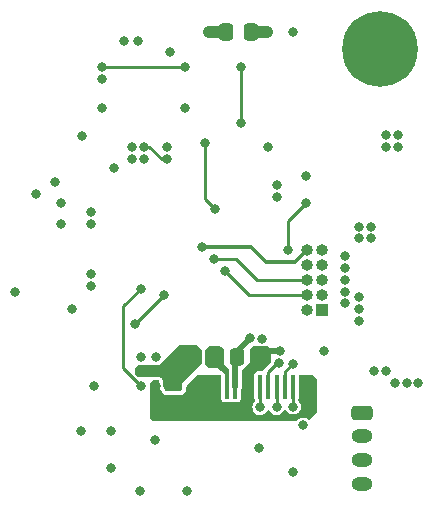
<source format=gbr>
%TF.GenerationSoftware,KiCad,Pcbnew,7.0.5*%
%TF.CreationDate,2023-08-12T02:06:38+02:00*%
%TF.ProjectId,STM32F4_HexGauge_V3,53544d33-3246-4345-9f48-657847617567,rev?*%
%TF.SameCoordinates,Original*%
%TF.FileFunction,Copper,L4,Bot*%
%TF.FilePolarity,Positive*%
%FSLAX46Y46*%
G04 Gerber Fmt 4.6, Leading zero omitted, Abs format (unit mm)*
G04 Created by KiCad (PCBNEW 7.0.5) date 2023-08-12 02:06:38*
%MOMM*%
%LPD*%
G01*
G04 APERTURE LIST*
G04 Aperture macros list*
%AMRoundRect*
0 Rectangle with rounded corners*
0 $1 Rounding radius*
0 $2 $3 $4 $5 $6 $7 $8 $9 X,Y pos of 4 corners*
0 Add a 4 corners polygon primitive as box body*
4,1,4,$2,$3,$4,$5,$6,$7,$8,$9,$2,$3,0*
0 Add four circle primitives for the rounded corners*
1,1,$1+$1,$2,$3*
1,1,$1+$1,$4,$5*
1,1,$1+$1,$6,$7*
1,1,$1+$1,$8,$9*
0 Add four rect primitives between the rounded corners*
20,1,$1+$1,$2,$3,$4,$5,0*
20,1,$1+$1,$4,$5,$6,$7,0*
20,1,$1+$1,$6,$7,$8,$9,0*
20,1,$1+$1,$8,$9,$2,$3,0*%
G04 Aperture macros list end*
%TA.AperFunction,ComponentPad*%
%ADD10C,0.800000*%
%TD*%
%TA.AperFunction,ComponentPad*%
%ADD11C,6.400000*%
%TD*%
%TA.AperFunction,ComponentPad*%
%ADD12RoundRect,0.250000X-0.650000X0.350000X-0.650000X-0.350000X0.650000X-0.350000X0.650000X0.350000X0*%
%TD*%
%TA.AperFunction,ComponentPad*%
%ADD13O,1.800000X1.200000*%
%TD*%
%TA.AperFunction,ComponentPad*%
%ADD14R,1.000000X1.000000*%
%TD*%
%TA.AperFunction,ComponentPad*%
%ADD15O,1.000000X1.000000*%
%TD*%
%TA.AperFunction,SMDPad,CuDef*%
%ADD16RoundRect,0.250000X0.337500X0.475000X-0.337500X0.475000X-0.337500X-0.475000X0.337500X-0.475000X0*%
%TD*%
%TA.AperFunction,SMDPad,CuDef*%
%ADD17RoundRect,0.250000X-0.337500X-0.475000X0.337500X-0.475000X0.337500X0.475000X-0.337500X0.475000X0*%
%TD*%
%TA.AperFunction,SMDPad,CuDef*%
%ADD18RoundRect,0.250000X-0.350000X-0.450000X0.350000X-0.450000X0.350000X0.450000X-0.350000X0.450000X0*%
%TD*%
%TA.AperFunction,SMDPad,CuDef*%
%ADD19R,0.350000X2.000000*%
%TD*%
%TA.AperFunction,SMDPad,CuDef*%
%ADD20RoundRect,0.250000X-0.475000X0.337500X-0.475000X-0.337500X0.475000X-0.337500X0.475000X0.337500X0*%
%TD*%
%TA.AperFunction,ViaPad*%
%ADD21C,0.800000*%
%TD*%
%TA.AperFunction,Conductor*%
%ADD22C,0.500000*%
%TD*%
%TA.AperFunction,Conductor*%
%ADD23C,1.000000*%
%TD*%
%TA.AperFunction,Conductor*%
%ADD24C,0.250000*%
%TD*%
%TA.AperFunction,Conductor*%
%ADD25C,0.300000*%
%TD*%
G04 APERTURE END LIST*
D10*
%TO.P,H2,1*%
%TO.N,N/C*%
X130020000Y-66320000D03*
X130722944Y-64622944D03*
X130722944Y-68017056D03*
X132420000Y-63920000D03*
D11*
X132420000Y-66320000D03*
D10*
X132420000Y-68720000D03*
X134117056Y-64622944D03*
X134117056Y-68017056D03*
X134820000Y-66320000D03*
%TD*%
D12*
%TO.P,J4,1,Pin_1*%
%TO.N,+12V*%
X130881000Y-97076000D03*
D13*
%TO.P,J4,2,Pin_2*%
%TO.N,CAN_CONN+*%
X130881000Y-99076000D03*
%TO.P,J4,3,Pin_3*%
%TO.N,CAN_CONN-*%
X130881000Y-101076000D03*
%TO.P,J4,4,Pin_4*%
%TO.N,GND*%
X130881000Y-103076000D03*
%TD*%
D14*
%TO.P,J5,1,Pin_1*%
%TO.N,+3V3*%
X127545000Y-88370000D03*
D15*
%TO.P,J5,2,Pin_2*%
%TO.N,SWDIO*%
X126275000Y-88370000D03*
%TO.P,J5,3,Pin_3*%
%TO.N,GND*%
X127545000Y-87100000D03*
%TO.P,J5,4,Pin_4*%
%TO.N,SWCLK*%
X126275000Y-87100000D03*
%TO.P,J5,5,Pin_5*%
%TO.N,GND*%
X127545000Y-85830000D03*
%TO.P,J5,6,Pin_6*%
%TO.N,SWO*%
X126275000Y-85830000D03*
%TO.P,J5,7,Pin_7*%
%TO.N,unconnected-(J5-Pin_7-Pad7)*%
X127545000Y-84560000D03*
%TO.P,J5,8,Pin_8*%
%TO.N,unconnected-(J5-Pin_8-Pad8)*%
X126275000Y-84560000D03*
%TO.P,J5,9,Pin_9*%
%TO.N,GND*%
X127545000Y-83290000D03*
%TO.P,J5,10,Pin_10*%
%TO.N,NRST*%
X126275000Y-83290000D03*
%TD*%
D16*
%TO.P,C27,1*%
%TO.N,+3V3*%
X121457500Y-64820000D03*
%TO.P,C27,2*%
%TO.N,GND*%
X119382500Y-64820000D03*
%TD*%
D17*
%TO.P,C28,1*%
%TO.N,+3V3*%
X120282500Y-92370000D03*
%TO.P,C28,2*%
%TO.N,GND*%
X122357500Y-92370000D03*
%TD*%
D18*
%TO.P,R17,1*%
%TO.N,+3V3*%
X116420000Y-92370000D03*
%TO.P,R17,2*%
%TO.N,/Connectors/TFT_LEDA*%
X118420000Y-92370000D03*
%TD*%
D19*
%TO.P,H1,1,GND*%
%TO.N,GND*%
X118070000Y-94880000D03*
%TO.P,H1,2,LEDK*%
X118770000Y-94880000D03*
%TO.P,H1,3,LEDA*%
%TO.N,/Connectors/TFT_LEDA*%
X119470000Y-94880000D03*
%TO.P,H1,4,VDD*%
%TO.N,+3V3*%
X120170000Y-94880000D03*
%TO.P,H1,5,GND*%
%TO.N,GND*%
X120870000Y-94880000D03*
%TO.P,H1,6,GND*%
X121570000Y-94880000D03*
%TO.P,H1,7,DC*%
%TO.N,TFT_DC*%
X122270000Y-94880000D03*
%TO.P,H1,8,CS*%
%TO.N,TFT_CS*%
X122970000Y-94880000D03*
%TO.P,H1,9,SCK*%
%TO.N,TFT_SCK*%
X123670000Y-94880000D03*
%TO.P,H1,10,MOSI*%
%TO.N,TFT_MOSI*%
X124370000Y-94880000D03*
%TO.P,H1,11,RST*%
%TO.N,TFT_RST*%
X125070000Y-94880000D03*
%TO.P,H1,12,GND*%
%TO.N,GND*%
X125770000Y-94880000D03*
%TD*%
D20*
%TO.P,C29,1*%
%TO.N,+3V3*%
X114770000Y-94432500D03*
%TO.P,C29,2*%
%TO.N,GND*%
X114770000Y-96507500D03*
%TD*%
D21*
%TO.N,+3V3*%
X125911247Y-98153435D03*
X112170000Y-93570000D03*
X112120000Y-103720000D03*
X105420000Y-79320000D03*
X114670000Y-66570000D03*
X106320000Y-88320000D03*
X111420000Y-74570000D03*
X129420000Y-83820000D03*
X107170000Y-73620000D03*
X107920000Y-80049998D03*
X129420000Y-87820000D03*
X121417579Y-90764144D03*
X108920000Y-68820000D03*
X129420000Y-86820000D03*
X131670000Y-82320000D03*
X111420000Y-75620000D03*
X107920000Y-86320000D03*
X123670000Y-78820000D03*
X129420000Y-85820000D03*
X109620000Y-101720000D03*
X113420000Y-93570000D03*
X129420000Y-84820000D03*
X130670000Y-82320000D03*
X130670000Y-81320000D03*
X131670000Y-81320000D03*
X114420000Y-74570000D03*
X122840000Y-64820000D03*
X113420000Y-92320000D03*
%TO.N,GND*%
X133670000Y-94570000D03*
X112420000Y-75620000D03*
X109920000Y-76320000D03*
X107120000Y-98620000D03*
X108920000Y-71320006D03*
X123670000Y-77820000D03*
X122422275Y-90820110D03*
X123920000Y-91820000D03*
X130670000Y-88320000D03*
X130670000Y-89320000D03*
X107920000Y-81070000D03*
X132920000Y-74570000D03*
X131920000Y-93570000D03*
X132916000Y-73572000D03*
X111920000Y-65620000D03*
X130670000Y-87320000D03*
X105420000Y-81070000D03*
X125072977Y-102120012D03*
X133932000Y-74588000D03*
X104920000Y-77570000D03*
X135670000Y-94570000D03*
X110720000Y-65620000D03*
X122174000Y-100076000D03*
X109670000Y-98620000D03*
X101520000Y-86820000D03*
X132920000Y-93570000D03*
X127670000Y-91820000D03*
X126169998Y-77070000D03*
X125044994Y-64820000D03*
X116120000Y-103720000D03*
X117920000Y-64820000D03*
X115920002Y-71320000D03*
X126620000Y-94870000D03*
X113400000Y-99400000D03*
X134670000Y-94570000D03*
X113420000Y-94820000D03*
X126620000Y-95820000D03*
X103320000Y-78520000D03*
X133932000Y-73572000D03*
X108170000Y-94820000D03*
X107920000Y-85320000D03*
X112170004Y-92320000D03*
X122920000Y-74570000D03*
X126620000Y-96820000D03*
%TO.N,TFT_DC*%
X122270000Y-96620000D03*
%TO.N,TFT_CS*%
X123905939Y-92906453D03*
%TO.N,TFT_SCK*%
X123670006Y-96620000D03*
%TO.N,TFT_MOSI*%
X125020000Y-92920000D03*
%TO.N,TFT_RST*%
X125070002Y-96570000D03*
%TO.N,SWDIO*%
X126170000Y-79320000D03*
X124670000Y-83320000D03*
%TO.N,NRST*%
X117348000Y-83058000D03*
%TO.N,SWCLK*%
X119320000Y-85090000D03*
%TO.N,SWO*%
X118344988Y-84074000D03*
%TO.N,IMU_SCL*%
X112420000Y-74570000D03*
X114420000Y-75620000D03*
%TO.N,CAN_TX*%
X114170000Y-87070000D03*
X111670000Y-89570000D03*
%TO.N,IMU_INT*%
X115920000Y-67820000D03*
X108920000Y-67820000D03*
%TO.N,SD_DAT2*%
X118420000Y-79820000D03*
X117620000Y-74220000D03*
%TO.N,SD_DAT3*%
X120670000Y-67820000D03*
X120670034Y-72570000D03*
%TO.N,CAN_SC*%
X112170007Y-86570007D03*
X112170000Y-94820000D03*
%TD*%
D22*
%TO.N,+3V3*%
X120170000Y-92482500D02*
X120282500Y-92370000D01*
X120170000Y-94880000D02*
X120170000Y-92482500D01*
D23*
X121457500Y-64820000D02*
X122840000Y-64820000D01*
D22*
X120282500Y-92370000D02*
X120282500Y-91899223D01*
X120282500Y-91899223D02*
X121417579Y-90764144D01*
%TO.N,GND*%
X122920000Y-91820000D02*
X123920000Y-91820000D01*
X122357500Y-92370000D02*
X122370000Y-92370000D01*
D23*
X119382500Y-64820000D02*
X117920000Y-64820000D01*
D22*
X122370000Y-92370000D02*
X122920000Y-91820000D01*
D24*
%TO.N,TFT_DC*%
X122270000Y-94880000D02*
X122270000Y-96620000D01*
%TO.N,TFT_CS*%
X122970000Y-94880000D02*
X122970000Y-93630000D01*
X123693547Y-92906453D02*
X123905939Y-92906453D01*
X122970000Y-93630000D02*
X123693547Y-92906453D01*
%TO.N,TFT_SCK*%
X123670000Y-96619994D02*
X123670006Y-96620000D01*
X123670000Y-94880000D02*
X123670000Y-96619994D01*
%TO.N,TFT_MOSI*%
X124370000Y-94880000D02*
X124370000Y-93569986D01*
X124370000Y-93569986D02*
X124370014Y-93569986D01*
X124370014Y-93569986D02*
X125020000Y-92920000D01*
%TO.N,TFT_RST*%
X125070000Y-94880000D02*
X125070000Y-96569998D01*
X125070000Y-96569998D02*
X125070002Y-96570000D01*
%TO.N,SWDIO*%
X124670000Y-80820000D02*
X126170000Y-79320000D01*
X124670000Y-83320000D02*
X124670000Y-80820000D01*
D25*
%TO.N,NRST*%
X126275000Y-83290000D02*
X125237000Y-84328000D01*
X125237000Y-84328000D02*
X122745500Y-84328000D01*
X122745500Y-84328000D02*
X121475500Y-83058000D01*
X121475500Y-83058000D02*
X117348000Y-83058000D01*
D24*
%TO.N,SWCLK*%
X121330000Y-87100000D02*
X126275000Y-87100000D01*
X119320000Y-85090000D02*
X121330000Y-87100000D01*
%TO.N,SWO*%
X126400000Y-85830000D02*
X122025000Y-85830000D01*
X122025000Y-85830000D02*
X120269000Y-84074000D01*
X120269000Y-84074000D02*
X118344988Y-84074000D01*
%TO.N,IMU_SCL*%
X112870000Y-74570000D02*
X112420000Y-74570000D01*
X113920000Y-75620000D02*
X112870000Y-74570000D01*
X114420000Y-75620000D02*
X113920000Y-75620000D01*
%TO.N,CAN_TX*%
X111670000Y-89570000D02*
X114170000Y-87070000D01*
%TO.N,IMU_INT*%
X108920000Y-67820000D02*
X115920000Y-67820000D01*
%TO.N,SD_DAT2*%
X117620000Y-74220000D02*
X117620000Y-79020000D01*
X117620000Y-79020000D02*
X118420000Y-79820000D01*
%TO.N,SD_DAT3*%
X120670034Y-72570000D02*
X120670000Y-72569966D01*
X120670000Y-72569966D02*
X120670000Y-67820000D01*
%TO.N,CAN_SC*%
X112169993Y-86570007D02*
X112170007Y-86570007D01*
X110670000Y-88070000D02*
X112169993Y-86570007D01*
X112170000Y-94820000D02*
X110670000Y-93320000D01*
X110670000Y-93320000D02*
X110670000Y-88070000D01*
%TD*%
%TA.AperFunction,Conductor*%
%TO.N,GND*%
G36*
X126740447Y-93889685D02*
G01*
X126755063Y-93900680D01*
X127077655Y-94182948D01*
X127115145Y-94241908D01*
X127120000Y-94276268D01*
X127120000Y-95545000D01*
X126170000Y-95570000D01*
X125670000Y-95820000D01*
X125595000Y-95820000D01*
X125595000Y-93994000D01*
X125614685Y-93926961D01*
X125667489Y-93881206D01*
X125719000Y-93870000D01*
X126673408Y-93870000D01*
X126740447Y-93889685D01*
G37*
%TD.AperFunction*%
%TD*%
%TA.AperFunction,Conductor*%
%TO.N,+3V3*%
G36*
X116935677Y-91339685D02*
G01*
X116956319Y-91356319D01*
X117283229Y-91683229D01*
X117316714Y-91744552D01*
X117318286Y-91788554D01*
X117314500Y-91814886D01*
X117314500Y-92874138D01*
X117294815Y-92941177D01*
X117278181Y-92961819D01*
X115670000Y-94569999D01*
X115670000Y-95018638D01*
X115650315Y-95085677D01*
X115633681Y-95106319D01*
X115511819Y-95228181D01*
X115450496Y-95261666D01*
X115424138Y-95264500D01*
X114347904Y-95264500D01*
X114280865Y-95244815D01*
X114260223Y-95228181D01*
X114247705Y-95215663D01*
X114214220Y-95154340D01*
X114213882Y-95152737D01*
X114205195Y-95110098D01*
X114184198Y-95054857D01*
X114180371Y-95044787D01*
X114180368Y-95044780D01*
X114138228Y-94968736D01*
X114098745Y-94916672D01*
X114073921Y-94851361D01*
X114074453Y-94826792D01*
X114075278Y-94820000D01*
X114056237Y-94663184D01*
X114054442Y-94655900D01*
X114055782Y-94655569D01*
X114049999Y-94624008D01*
X114049999Y-94569999D01*
X114050000Y-94437680D01*
X114049124Y-94421338D01*
X114045415Y-94386845D01*
X114044580Y-94379840D01*
X114040779Y-94368174D01*
X114009799Y-94273098D01*
X114009795Y-94273088D01*
X113976310Y-94211766D01*
X113924210Y-94142170D01*
X113924200Y-94142158D01*
X113922339Y-94140297D01*
X113916554Y-94134512D01*
X113904379Y-94123576D01*
X113877366Y-94101808D01*
X113877363Y-94101806D01*
X113877325Y-94101775D01*
X113871827Y-94097448D01*
X113871825Y-94097447D01*
X113771747Y-94046560D01*
X113704716Y-94026877D01*
X113704710Y-94026876D01*
X113618638Y-94014500D01*
X113213180Y-94014500D01*
X113213179Y-94014500D01*
X113196852Y-94015375D01*
X113196841Y-94015375D01*
X113196838Y-94015376D01*
X113196835Y-94015376D01*
X113196800Y-94015379D01*
X113162384Y-94019080D01*
X113155339Y-94019920D01*
X113155337Y-94019920D01*
X113048595Y-94054701D01*
X113048357Y-94054832D01*
X113048200Y-94054871D01*
X113043335Y-94056972D01*
X113043001Y-94056198D01*
X112988930Y-94070000D01*
X112002400Y-94070000D01*
X111935361Y-94050315D01*
X111914719Y-94033681D01*
X111706319Y-93825281D01*
X111672834Y-93763958D01*
X111670000Y-93737600D01*
X111670000Y-93371362D01*
X111689685Y-93304323D01*
X111706319Y-93283681D01*
X111883681Y-93106319D01*
X111945004Y-93072834D01*
X111971362Y-93070000D01*
X113670000Y-93070000D01*
X115383681Y-91356319D01*
X115445004Y-91322834D01*
X115471362Y-91320000D01*
X116868638Y-91320000D01*
X116935677Y-91339685D01*
G37*
%TD.AperFunction*%
%TD*%
%TA.AperFunction,Conductor*%
%TO.N,GND*%
G36*
X127120000Y-96968637D02*
G01*
X127100315Y-97035676D01*
X127083681Y-97056318D01*
X126494534Y-97645464D01*
X126433211Y-97678949D01*
X126363519Y-97673965D01*
X126324629Y-97650600D01*
X126283487Y-97614152D01*
X126283485Y-97614151D01*
X126283484Y-97614150D01*
X126143612Y-97540738D01*
X125990233Y-97502935D01*
X125990232Y-97502935D01*
X125832262Y-97502935D01*
X125832261Y-97502935D01*
X125678881Y-97540738D01*
X125539009Y-97614150D01*
X125420763Y-97718906D01*
X125387953Y-97766440D01*
X125333670Y-97810430D01*
X125285903Y-97820000D01*
X121170000Y-97820000D01*
X121170000Y-95820000D01*
X121770000Y-95820000D01*
X121788335Y-95838335D01*
X121792932Y-95839685D01*
X121838687Y-95892489D01*
X121847510Y-95919809D01*
X121859032Y-95977735D01*
X121863707Y-95989020D01*
X121861526Y-95989923D01*
X121877423Y-96040698D01*
X121858936Y-96108077D01*
X121835671Y-96135720D01*
X121779518Y-96185467D01*
X121689781Y-96315475D01*
X121689780Y-96315476D01*
X121633762Y-96463181D01*
X121614721Y-96619999D01*
X121614721Y-96620000D01*
X121633762Y-96776818D01*
X121680304Y-96899536D01*
X121689780Y-96924523D01*
X121779517Y-97054530D01*
X121897760Y-97159283D01*
X121897762Y-97159284D01*
X122037634Y-97232696D01*
X122191014Y-97270500D01*
X122191015Y-97270500D01*
X122348985Y-97270500D01*
X122502365Y-97232696D01*
X122525602Y-97220500D01*
X122642240Y-97159283D01*
X122760483Y-97054530D01*
X122850220Y-96924523D01*
X122854061Y-96914394D01*
X122896238Y-96858692D01*
X122961836Y-96834634D01*
X123030026Y-96849861D01*
X123079160Y-96899536D01*
X123085944Y-96914394D01*
X123089786Y-96924523D01*
X123179523Y-97054530D01*
X123297766Y-97159283D01*
X123297768Y-97159284D01*
X123437640Y-97232696D01*
X123591020Y-97270500D01*
X123591021Y-97270500D01*
X123748991Y-97270500D01*
X123902371Y-97232696D01*
X123925608Y-97220500D01*
X124042246Y-97159283D01*
X124160489Y-97054530D01*
X124250226Y-96924523D01*
X124264024Y-96888138D01*
X124306199Y-96832439D01*
X124371796Y-96808380D01*
X124439987Y-96823606D01*
X124484761Y-96868873D01*
X124485521Y-96868350D01*
X124488471Y-96872623D01*
X124489121Y-96873281D01*
X124489758Y-96874478D01*
X124489780Y-96874521D01*
X124524293Y-96924521D01*
X124579519Y-97004530D01*
X124697762Y-97109283D01*
X124697764Y-97109284D01*
X124837636Y-97182696D01*
X124991016Y-97220500D01*
X124991017Y-97220500D01*
X125148987Y-97220500D01*
X125302367Y-97182696D01*
X125346976Y-97159283D01*
X125442242Y-97109283D01*
X125560485Y-97004530D01*
X125650222Y-96874523D01*
X125706239Y-96726818D01*
X125725280Y-96570000D01*
X125706239Y-96413182D01*
X125650222Y-96265477D01*
X125560485Y-96135470D01*
X125560484Y-96135468D01*
X125519482Y-96099145D01*
X125482355Y-96039956D01*
X125480091Y-95982136D01*
X125480965Y-95977741D01*
X125480966Y-95977740D01*
X125489289Y-95935893D01*
X125492490Y-95919807D01*
X125524876Y-95857896D01*
X125585592Y-95823323D01*
X125592479Y-95822520D01*
X125594999Y-95820000D01*
X125670000Y-95820000D01*
X126170000Y-95570000D01*
X127120000Y-95545000D01*
X127120000Y-96968637D01*
G37*
%TD.AperFunction*%
%TD*%
%TA.AperFunction,Conductor*%
%TO.N,GND*%
G36*
X122885677Y-91439685D02*
G01*
X122906319Y-91456319D01*
X123133681Y-91683681D01*
X123167166Y-91745004D01*
X123170000Y-91771362D01*
X123170000Y-92776888D01*
X123150315Y-92843927D01*
X123133681Y-92864569D01*
X122658196Y-93340053D01*
X122658192Y-93340059D01*
X122621472Y-93376778D01*
X122610510Y-93398293D01*
X122600346Y-93414878D01*
X122586152Y-93434414D01*
X122581722Y-93443111D01*
X122580571Y-93442524D01*
X122546747Y-93491993D01*
X122482389Y-93519192D01*
X122468253Y-93520000D01*
X122019999Y-93520000D01*
X121770000Y-93769999D01*
X121770000Y-93770000D01*
X121770000Y-95820000D01*
X121170000Y-95820000D01*
X121170000Y-97820000D01*
X113228078Y-97820000D01*
X113161039Y-97800315D01*
X113132822Y-97775386D01*
X112948739Y-97554486D01*
X112920945Y-97490386D01*
X112920000Y-97475106D01*
X112920000Y-94621361D01*
X112939685Y-94554322D01*
X112956314Y-94533685D01*
X113133681Y-94356319D01*
X113195004Y-94322834D01*
X113221362Y-94320000D01*
X113618638Y-94320000D01*
X113685677Y-94339685D01*
X113706319Y-94356319D01*
X113708181Y-94358181D01*
X113741666Y-94419504D01*
X113744500Y-94445862D01*
X113744500Y-94813102D01*
X113747127Y-94834978D01*
X113755122Y-94901561D01*
X113755122Y-94901563D01*
X113755123Y-94901564D01*
X113772722Y-94946192D01*
X113810639Y-95042343D01*
X113894803Y-95153328D01*
X113919627Y-95218639D01*
X113920000Y-95228253D01*
X113920000Y-95320000D01*
X114170000Y-95570000D01*
X115669998Y-95570000D01*
X115670000Y-95570000D01*
X116020000Y-95320000D01*
X116020000Y-94916463D01*
X116039685Y-94849424D01*
X116050532Y-94834978D01*
X116482326Y-94339685D01*
X116833534Y-93936828D01*
X116892425Y-93899232D01*
X116925486Y-93894323D01*
X118867754Y-93870637D01*
X118935028Y-93889503D01*
X118956947Y-93906947D01*
X118958181Y-93908181D01*
X118991666Y-93969504D01*
X118994500Y-93995862D01*
X118994500Y-95924856D01*
X118994502Y-95924882D01*
X118997413Y-95949987D01*
X118997415Y-95949991D01*
X119042793Y-96052764D01*
X119042794Y-96052765D01*
X119122235Y-96132206D01*
X119225009Y-96177585D01*
X119250135Y-96180500D01*
X119689864Y-96180499D01*
X119689879Y-96180497D01*
X119689882Y-96180497D01*
X119714987Y-96177586D01*
X119714987Y-96177585D01*
X119714991Y-96177585D01*
X119769915Y-96153333D01*
X119839191Y-96144262D01*
X119870080Y-96153331D01*
X119925009Y-96177585D01*
X119950135Y-96180500D01*
X120389864Y-96180499D01*
X120389879Y-96180497D01*
X120389882Y-96180497D01*
X120414987Y-96177586D01*
X120414988Y-96177585D01*
X120414991Y-96177585D01*
X120517765Y-96132206D01*
X120597206Y-96052765D01*
X120597206Y-96052763D01*
X120603700Y-96043285D01*
X120604256Y-96043666D01*
X120621476Y-96018523D01*
X120670000Y-95970000D01*
X120670000Y-95149416D01*
X120678235Y-95109788D01*
X120677383Y-95109550D01*
X120679672Y-95101382D01*
X120720500Y-94955665D01*
X120720500Y-93570861D01*
X120740185Y-93503822D01*
X120756814Y-93483185D01*
X120965068Y-93274931D01*
X120971415Y-93269397D01*
X121012922Y-93237922D01*
X121044397Y-93196415D01*
X121049931Y-93190068D01*
X121420000Y-92820000D01*
X121420000Y-91764894D01*
X121439685Y-91697855D01*
X121448733Y-91685519D01*
X121632820Y-91464615D01*
X121690858Y-91425718D01*
X121728078Y-91420000D01*
X122818638Y-91420000D01*
X122885677Y-91439685D01*
G37*
%TD.AperFunction*%
%TD*%
%TA.AperFunction,Conductor*%
%TO.N,/Connectors/TFT_LEDA*%
G36*
X118978961Y-91489685D02*
G01*
X119007180Y-91514616D01*
X119191259Y-91735511D01*
X119219055Y-91799613D01*
X119220000Y-91814893D01*
X119219999Y-92919999D01*
X119583181Y-93283181D01*
X119616666Y-93344504D01*
X119619500Y-93370862D01*
X119619500Y-94917658D01*
X119634929Y-95029918D01*
X119634930Y-95029920D01*
X119659734Y-95087025D01*
X119670000Y-95136425D01*
X119670000Y-95750999D01*
X119650315Y-95818038D01*
X119597511Y-95863793D01*
X119546000Y-95874999D01*
X119424000Y-95874999D01*
X119356961Y-95855314D01*
X119311206Y-95802510D01*
X119300000Y-95750999D01*
X119300000Y-93987679D01*
X119299941Y-93986590D01*
X119299124Y-93971338D01*
X119295415Y-93936845D01*
X119294580Y-93929840D01*
X119276101Y-93873128D01*
X119270000Y-93834712D01*
X119270000Y-93820000D01*
X119261365Y-93812084D01*
X119236325Y-93780107D01*
X119226312Y-93761770D01*
X119226311Y-93761768D01*
X119226309Y-93761765D01*
X119222522Y-93756707D01*
X119208352Y-93732478D01*
X119197208Y-93707239D01*
X119197207Y-93707237D01*
X119197206Y-93707235D01*
X119117765Y-93627794D01*
X119025599Y-93587098D01*
X118991896Y-93565071D01*
X118670000Y-93270000D01*
X117928078Y-93270000D01*
X117861039Y-93250315D01*
X117832822Y-93225386D01*
X117648739Y-93004486D01*
X117620945Y-92940386D01*
X117620000Y-92925106D01*
X117620000Y-91814893D01*
X117639685Y-91747854D01*
X117648736Y-91735516D01*
X117832819Y-91514616D01*
X117890858Y-91475718D01*
X117928078Y-91470000D01*
X118911922Y-91470000D01*
X118978961Y-91489685D01*
G37*
%TD.AperFunction*%
%TD*%
M02*

</source>
